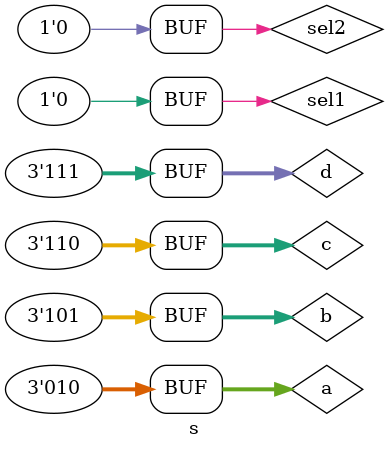
<source format=v>
`timescale 1ns / 1ps


module s();
    reg[2: 0] a = 3'b010;
    reg[2: 0] b = 3'b101;
    reg[2: 0] c = 3'b110;
    reg[2: 0] d = 3'b001;
    reg sel1 = 0;
    reg sel2 = 0;
    wire[2 :0] o;
    
    mux4x1 test(.a(a), .b(b), .c(c), .d(d), .sel1(sel1), .sel2(sel2), .o(o));
    
    initial
    begin
         #50 sel1 = 1; sel2 = 1;
         #50 sel1 = 0; sel2 = 1;
         #50 sel1 = 1; sel2 = 0;
         #50 sel1 = 0; sel2 = 0;
         #50 d = 3'b111;       
    end
    
endmodule

</source>
